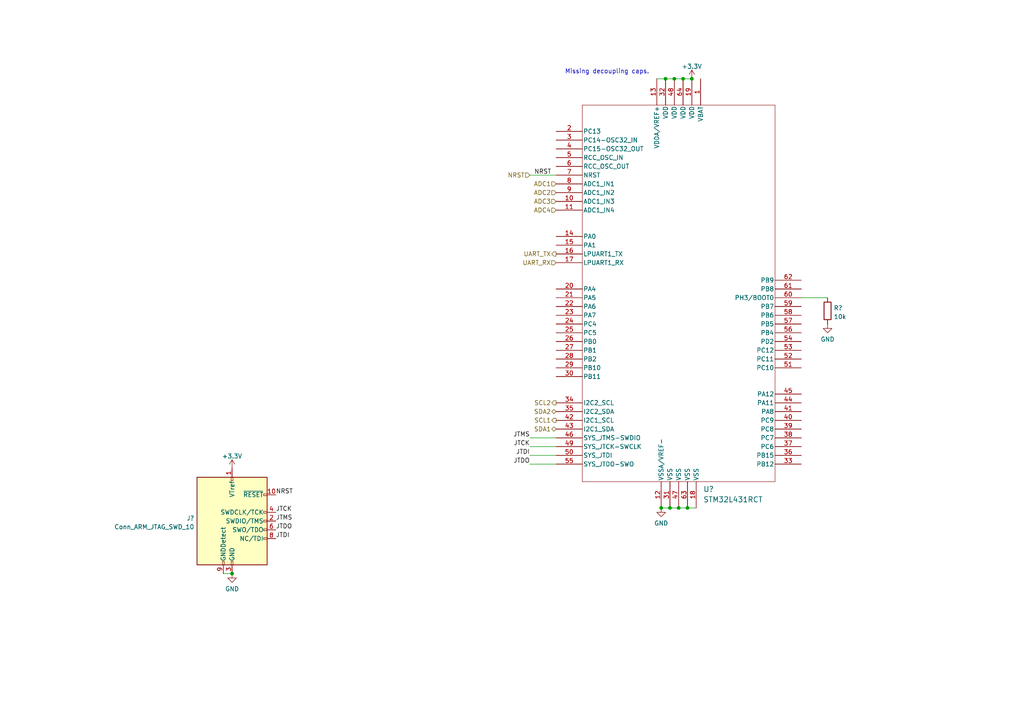
<source format=kicad_sch>
(kicad_sch (version 20211123) (generator eeschema)
  (paper "A4")
  (lib_symbols
    (symbol "Connector:Conn_ARM_JTAG_SWD_10" (pin_names (offset 1.016))
      (property "Reference" "J" (at -2.54 16.51 0))
      (property "Value" "Conn_ARM_JTAG_SWD_10" (at -2.54 13.97 0))
      (symbol "Conn_ARM_JTAG_SWD_10_0_1"
        (rectangle (start -10.16 12.7) (end 10.16 -12.7) (stroke (width 0.254)) (fill (type background)))
        (rectangle (start -2.794 -12.7) (end -2.286 -11.684))
        (rectangle (start -0.254 -12.7) (end 0.254 -11.684))
        (rectangle (start -0.254 12.7) (end 0.254 11.684))
        (rectangle (start 9.144 2.286) (end 10.16 2.794))
        (rectangle (start 10.16 -2.794) (end 9.144 -2.286))
        (rectangle (start 10.16 -0.254) (end 9.144 0.254))
        (rectangle (start 10.16 7.874) (end 9.144 7.366))
      )
      (symbol "Conn_ARM_JTAG_SWD_10_1_1"
        (rectangle (start 9.144 -5.334) (end 10.16 -4.826))
        (pin power_in line (at 0 15.24 270) (length 2.54) (name "VTref") (number "1"))
        (pin open_collector line (at 12.7 7.62 180) (length 2.54) (name "~{RESET}") (number "10"))
        (pin bidirectional line (at 12.7 0 180) (length 2.54) (name "SWDIO/TMS") (number "2"))
        (pin power_in line (at 0 -15.24 90) (length 2.54) (name "GND") (number "3"))
        (pin output line (at 12.7 2.54 180) (length 2.54) (name "SWDCLK/TCK") (number "4"))
        (pin passive line (at 0 -15.24 90) (length 2.54) hide (name "GND") (number "5"))
        (pin input line (at 12.7 -2.54 180) (length 2.54) (name "SWO/TDO") (number "6"))
        (pin no_connect line (at -10.16 0 0) (length 2.54) hide (name "KEY") (number "7"))
        (pin output line (at 12.7 -5.08 180) (length 2.54) (name "NC/TDI") (number "8"))
        (pin passive line (at -2.54 -15.24 90) (length 2.54) (name "GNDDetect") (number "9"))
      )
    )
    (symbol "Device:R" (pin_numbers hide) (pin_names (offset 0))
      (property "Reference" "R" (at 2.032 0 90))
      (property "Value" "R" (at 0 0 90))
      (symbol "R_0_1"
        (rectangle (start -1.016 -2.54) (end 1.016 2.54) (stroke (width 0.254)))
      )
      (symbol "R_1_1"
        (pin passive line (at 0 3.81 270) (length 1.27) (name "~") (number "1"))
        (pin passive line (at 0 -3.81 90) (length 1.27) (name "~") (number "2"))
      )
    )
    (symbol "STM32L431RCT:STM32L431RCT" (pin_names (offset 0.254))
      (property "Reference" "U" (at 33.02 -50.8 0))
      (property "Value" "STM32L431RCT" (at 34.29 -54.61 0))
      (symbol "STM32L431RCT_0_1"
        (polyline (pts (xy 7.62 -104.14) (xy 63.5 -104.14)) (stroke (width 0.127)))
        (polyline (pts (xy 7.62 5.08) (xy 7.62 -104.14)) (stroke (width 0.127)))
        (polyline (pts (xy 63.5 -104.14) (xy 63.5 5.08)) (stroke (width 0.127)))
        (polyline (pts (xy 63.5 5.08) (xy 7.62 5.08)) (stroke (width 0.127)))
        (pin power_in line (at 41.91 12.7 270) (length 7.62) (name "VBAT") (number "1"))
        (pin unspecified line (at 0 -22.86 0) (length 7.62) (name "ADC1_IN3") (number "10"))
        (pin unspecified line (at 0 -25.4 0) (length 7.62) (name "ADC1_IN4") (number "11"))
        (pin power_in line (at 30.48 -111.76 90) (length 7.62) (name "VSSA/VREF-") (number "12"))
        (pin power_in line (at 29.21 12.7 270) (length 7.62) (name "VDDA/VREF+") (number "13"))
        (pin bidirectional line (at 0 -33.02 0) (length 7.62) (name "PA0") (number "14"))
        (pin bidirectional line (at 0 -35.56 0) (length 7.62) (name "PA1") (number "15"))
        (pin unspecified line (at 0 -38.1 0) (length 7.62) (name "LPUART1_TX") (number "16"))
        (pin unspecified line (at 0 -40.64 0) (length 7.62) (name "LPUART1_RX") (number "17"))
        (pin power_in line (at 40.64 -111.76 90) (length 7.62) (name "VSS") (number "18"))
        (pin power_in line (at 39.37 12.7 270) (length 7.62) (name "VDD") (number "19"))
        (pin bidirectional line (at 0 -2.54 0) (length 7.62) (name "PC13") (number "2"))
        (pin bidirectional line (at 0 -48.26 0) (length 7.62) (name "PA4") (number "20"))
        (pin bidirectional line (at 0 -50.8 0) (length 7.62) (name "PA5") (number "21"))
        (pin bidirectional line (at 0 -53.34 0) (length 7.62) (name "PA6") (number "22"))
        (pin bidirectional line (at 0 -55.88 0) (length 7.62) (name "PA7") (number "23"))
        (pin bidirectional line (at 0 -58.42 0) (length 7.62) (name "PC4") (number "24"))
        (pin bidirectional line (at 0 -60.96 0) (length 7.62) (name "PC5") (number "25"))
        (pin bidirectional line (at 0 -63.5 0) (length 7.62) (name "PB0") (number "26"))
        (pin bidirectional line (at 0 -66.04 0) (length 7.62) (name "PB1") (number "27"))
        (pin bidirectional line (at 0 -68.58 0) (length 7.62) (name "PB2") (number "28"))
        (pin bidirectional line (at 0 -71.12 0) (length 7.62) (name "PB10") (number "29"))
        (pin bidirectional line (at 0 -5.08 0) (length 7.62) (name "PC14-OSC32_IN") (number "3"))
        (pin bidirectional line (at 0 -73.66 0) (length 7.62) (name "PB11") (number "30"))
        (pin power_in line (at 33.02 -111.76 90) (length 7.62) (name "VSS") (number "31"))
        (pin power_in line (at 31.75 12.7 270) (length 7.62) (name "VDD") (number "32"))
        (pin bidirectional line (at 71.12 -99.06 180) (length 7.62) (name "PB12") (number "33"))
        (pin unspecified line (at 0 -81.28 0) (length 7.62) (name "I2C2_SCL") (number "34"))
        (pin unspecified line (at 0 -83.82 0) (length 7.62) (name "I2C2_SDA") (number "35"))
        (pin bidirectional line (at 71.12 -96.52 180) (length 7.62) (name "PB15") (number "36"))
        (pin bidirectional line (at 71.12 -93.98 180) (length 7.62) (name "PC6") (number "37"))
        (pin bidirectional line (at 71.12 -91.44 180) (length 7.62) (name "PC7") (number "38"))
        (pin bidirectional line (at 71.12 -88.9 180) (length 7.62) (name "PC8") (number "39"))
        (pin bidirectional line (at 0 -7.62 0) (length 7.62) (name "PC15-OSC32_OUT") (number "4"))
        (pin bidirectional line (at 71.12 -86.36 180) (length 7.62) (name "PC9") (number "40"))
        (pin bidirectional line (at 71.12 -83.82 180) (length 7.62) (name "PA8") (number "41"))
        (pin unspecified line (at 0 -86.36 0) (length 7.62) (name "I2C1_SCL") (number "42"))
        (pin unspecified line (at 0 -88.9 0) (length 7.62) (name "I2C1_SDA") (number "43"))
        (pin bidirectional line (at 71.12 -81.28 180) (length 7.62) (name "PA11") (number "44"))
        (pin bidirectional line (at 71.12 -78.74 180) (length 7.62) (name "PA12") (number "45"))
        (pin unspecified line (at 0 -91.44 0) (length 7.62) (name "SYS_JTMS-SWDIO") (number "46"))
        (pin power_in line (at 35.56 -111.76 90) (length 7.62) (name "VSS") (number "47"))
        (pin power_in line (at 34.29 12.7 270) (length 7.62) (name "VDD") (number "48"))
        (pin unspecified line (at 0 -93.98 0) (length 7.62) (name "SYS_JTCK-SWCLK") (number "49"))
        (pin unspecified line (at 0 -10.16 0) (length 7.62) (name "RCC_OSC_IN") (number "5"))
        (pin unspecified line (at 0 -96.52 0) (length 7.62) (name "SYS_JTDI") (number "50"))
        (pin bidirectional line (at 71.12 -71.12 180) (length 7.62) (name "PC10") (number "51"))
        (pin bidirectional line (at 71.12 -68.58 180) (length 7.62) (name "PC11") (number "52"))
        (pin bidirectional line (at 71.12 -66.04 180) (length 7.62) (name "PC12") (number "53"))
        (pin bidirectional line (at 71.12 -63.5 180) (length 7.62) (name "PD2") (number "54"))
        (pin unspecified line (at 0 -99.06 0) (length 7.62) (name "SYS_JTDO-SWO") (number "55"))
        (pin bidirectional line (at 71.12 -60.96 180) (length 7.62) (name "PB4") (number "56"))
        (pin bidirectional line (at 71.12 -58.42 180) (length 7.62) (name "PB5") (number "57"))
        (pin bidirectional line (at 71.12 -55.88 180) (length 7.62) (name "PB6") (number "58"))
        (pin bidirectional line (at 71.12 -53.34 180) (length 7.62) (name "PB7") (number "59"))
        (pin unspecified line (at 0 -12.7 0) (length 7.62) (name "RCC_OSC_OUT") (number "6"))
        (pin bidirectional line (at 71.12 -50.8 180) (length 7.62) (name "PH3/BOOT0") (number "60"))
        (pin bidirectional line (at 71.12 -48.26 180) (length 7.62) (name "PB8") (number "61"))
        (pin bidirectional line (at 71.12 -45.72 180) (length 7.62) (name "PB9") (number "62"))
        (pin power_in line (at 38.1 -111.76 90) (length 7.62) (name "VSS") (number "63"))
        (pin power_in line (at 36.83 12.7 270) (length 7.62) (name "VDD") (number "64"))
        (pin bidirectional line (at 0 -15.24 0) (length 7.62) (name "NRST") (number "7"))
        (pin unspecified line (at 0 -17.78 0) (length 7.62) (name "ADC1_IN1") (number "8"))
        (pin unspecified line (at 0 -20.32 0) (length 7.62) (name "ADC1_IN2") (number "9"))
      )
    )
    (symbol "power:+3.3V" (power) (pin_names (offset 0))
      (property "Value" "+3.3V" (at 0 3.556 0))
      (symbol "+3.3V_0_1"
        (polyline (pts (xy -0.762 1.27) (xy 0 2.54)))
        (polyline (pts (xy 0 0) (xy 0 2.54)))
        (polyline (pts (xy 0 2.54) (xy 0.762 1.27)))
      )
      (symbol "+3.3V_1_1"
        (pin power_in line (at 0 0 90) (length 0) hide (name "+3.3V") (number "1"))
      )
    )
    (symbol "power:GND" (power) (pin_names (offset 0))
      (property "Value" "GND" (at 0 -3.81 0))
      (symbol "GND_0_1"
        (polyline (pts (xy 0 0) (xy 0 -1.27) (xy 1.27 -1.27) (xy 0 -2.54) (xy -1.27 -1.27) (xy 0 -1.27)))
      )
      (symbol "GND_1_1"
        (pin power_in line (at 0 0 270) (length 0) hide (name "GND") (number "1"))
      )
    )
  )
  (junction (at 191.77 147.32))
  (junction (at 199.39 147.32))
  (junction (at 194.31 147.32))
  (junction (at 195.58 22.86))
  (junction (at 196.85 147.32))
  (junction (at 198.12 22.86))
  (junction (at 67.31 166.37))
  (junction (at 200.66 22.86))
  (junction (at 193.04 22.86))
  (wire (pts (xy 195.58 22.86) (xy 198.12 22.86)))
  (wire (pts (xy 190.5 22.86) (xy 193.04 22.86)))
  (wire (pts (xy 153.67 129.54) (xy 161.29 129.54)))
  (wire (pts (xy 153.67 134.62) (xy 161.29 134.62)))
  (wire (pts (xy 199.39 147.32) (xy 201.93 147.32)))
  (wire (pts (xy 191.77 147.32) (xy 194.31 147.32)))
  (wire (pts (xy 153.67 132.08) (xy 161.29 132.08)))
  (wire (pts (xy 198.12 22.86) (xy 200.66 22.86)))
  (wire (pts (xy 64.77 166.37) (xy 67.31 166.37)))
  (wire (pts (xy 194.31 147.32) (xy 196.85 147.32)))
  (wire (pts (xy 196.85 147.32) (xy 199.39 147.32)))
  (wire (pts (xy 232.41 86.36) (xy 240.03 86.36)))
  (wire (pts (xy 153.67 127) (xy 161.29 127)))
  (wire (pts (xy 153.67 50.8) (xy 161.29 50.8)))
  (wire (pts (xy 193.04 22.86) (xy 195.58 22.86)))
  (text "Missing decoupling caps." (at 163.83 21.59 0) (effects (font (size 1.27 1.27)) (justify left bottom)))
  (label "JTCK" (at 80.01 148.59 0))
  (label "JTDI" (at 153.67 132.08 180))
  (label "NRST" (at 80.01 143.51 0))
  (label "JTMS" (at 80.01 151.13 0))
  (label "JTDO" (at 80.01 153.67 0))
  (label "JTDO" (at 153.67 134.62 180))
  (label "JTMS" (at 153.67 127 180))
  (label "JTDI" (at 80.01 156.21 0))
  (label "JTCK" (at 153.67 129.54 180))
  (label "NRST" (at 154.94 50.8 0))
  (hierarchical_label "ADC4" (shape input) (at 161.29 60.96 180))
  (hierarchical_label "ADC2" (shape input) (at 161.29 55.88 180))
  (hierarchical_label "SCL2" (shape output) (at 161.29 116.84 180))
  (hierarchical_label "ADC1" (shape input) (at 161.29 53.34 180))
  (hierarchical_label "SCL1" (shape output) (at 161.29 121.92 180))
  (hierarchical_label "UART_TX" (shape output) (at 161.29 73.66 180))
  (hierarchical_label "UART_RX" (shape input) (at 161.29 76.2 180))
  (hierarchical_label "SDA1" (shape bidirectional) (at 161.29 124.46 180))
  (hierarchical_label "SDA2" (shape bidirectional) (at 161.29 119.38 180))
  (hierarchical_label "NRST" (shape input) (at 153.67 50.8 180))
  (hierarchical_label "ADC3" (shape input) (at 161.29 58.42 180))
  (symbol (lib_id "Connector:Conn_ARM_JTAG_SWD_10") (at 67.31 151.13 0) (unit 1)
    (property "Reference" "J?" (at 56.388 150.2953 0) (effects (justify right)))
    (property "Value" "Conn_ARM_JTAG_SWD_10" (at 56.388 152.8322 0) (effects (justify right)))
    (property "Datasheet" "http://infocenter.arm.com/help/topic/com.arm.doc.ddi0314h/DDI0314H_coresight_components_trm.pdf" (effects hide))
  )
  (symbol (lib_id "power:GND") (at 67.31 166.37 0) (unit 1)
    (property "Reference" "#PWR?" (effects hide))
    (property "Value" "GND" (at 67.31 170.8134 0))
  )
  (symbol (lib_id "STM32L431RCT:STM32L431RCT") (at 161.29 35.56 0) (unit 1)
    (property "Reference" "U?" (at 203.9494 141.8952 0) (effects (font (size 1.524 1.524)) (justify left)))
    (property "Value" "STM32L431RCT" (at 203.9494 144.8886 0) (effects (font (size 1.524 1.524)) (justify left)))
    (property "Footprint" "LQFP-64" (effects hide))
    (property "Datasheet" "STM32L431RCT6" (effects hide))
  )
  (symbol (lib_id "Device:R") (at 240.03 90.17 0) (unit 1)
    (property "Reference" "R?" (at 241.808 89.3353 0) (effects (justify left)))
    (property "Value" "10k" (at 241.808 91.8722 0) (effects (justify left)))
  )
  (symbol (lib_id "power:GND") (at 191.77 147.32 0) (unit 1)
    (property "Reference" "#PWR?" (effects hide))
    (property "Value" "GND" (at 191.77 151.7634 0))
  )
  (symbol (lib_id "power:+3.3V") (at 200.66 22.86 0) (unit 1)
    (property "Reference" "#PWR?" (effects hide))
    (property "Value" "+3.3V" (at 200.66 19.2842 0))
  )
  (symbol (lib_id "power:GND") (at 240.03 93.98 0) (unit 1)
    (property "Reference" "#PWR?" (effects hide))
    (property "Value" "GND" (at 240.03 98.4234 0))
  )
  (symbol (lib_id "power:+3.3V") (at 67.31 135.89 0) (unit 1)
    (property "Reference" "#PWR?" (effects hide))
    (property "Value" "+3.3V" (at 67.31 132.3142 0))
  )
)
</source>
